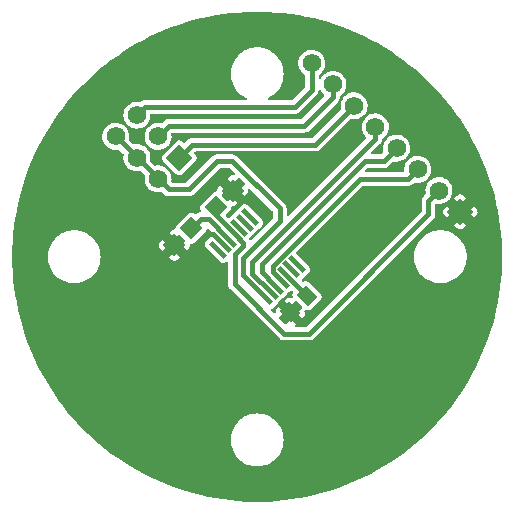
<source format=gtl>
G04 Layer: TopLayer*
G04 EasyEDA v6.5.34, 2023-10-17 08:56:34*
G04 9b9491d4cbba47eb895c739f745705de,f7ef88abfe76465a867f88fcbadf87ca,10*
G04 Gerber Generator version 0.2*
G04 Scale: 100 percent, Rotated: No, Reflected: No *
G04 Dimensions in millimeters *
G04 leading zeros omitted , absolute positions ,4 integer and 5 decimal *
%FSLAX45Y45*%
%MOMM*%

%AMMACRO1*21,1,$1,$2,0,0,$3*%
%ADD10C,0.4500*%
%ADD11MACRO1,0.4X1.7X45.0000*%
%ADD12MACRO1,0.4X1.7X45.0026*%
%ADD13MACRO1,0.4X1.7X44.9974*%
%ADD14MACRO1,1.35X1.41X135.0000*%
%ADD15MACRO1,1.35X1.41X-45.0000*%
%ADD16MACRO1,1.377X1.1325X135.0000*%
%ADD17C,1.5748*%
%ADD18MACRO1,1.5748X1.5748X135.0000*%
%ADD19MACRO1,1.5748X1.5748X135.0007*%
%ADD20C,0.0194*%

%LPD*%
G36*
X2067560Y26162D02*
G01*
X2003094Y28194D01*
X1938731Y32207D01*
X1874469Y38201D01*
X1810461Y46228D01*
X1746757Y56235D01*
X1683359Y68173D01*
X1620367Y82143D01*
X1557832Y98044D01*
X1495856Y115874D01*
X1434439Y135585D01*
X1373632Y157276D01*
X1313586Y180797D01*
X1254302Y206146D01*
X1195781Y233375D01*
X1138174Y262432D01*
X1081481Y293217D01*
X1025804Y325780D01*
X971143Y360019D01*
X917549Y395986D01*
X865124Y433578D01*
X813917Y472795D01*
X763930Y513588D01*
X715264Y555904D01*
X667918Y599694D01*
X621944Y644956D01*
X577392Y691642D01*
X534314Y739648D01*
X492759Y789025D01*
X452780Y839622D01*
X414375Y891489D01*
X377596Y944473D01*
X342493Y998626D01*
X309118Y1053795D01*
X277418Y1109980D01*
X247548Y1167180D01*
X219405Y1225194D01*
X193141Y1284122D01*
X168656Y1343812D01*
X146100Y1404264D01*
X125374Y1465376D01*
X106629Y1527098D01*
X89763Y1589328D01*
X74828Y1652117D01*
X61925Y1715312D01*
X50901Y1778863D01*
X41910Y1842770D01*
X34899Y1906879D01*
X29921Y1971192D01*
X26924Y2035657D01*
X25908Y2100173D01*
X26924Y2164638D01*
X29921Y2229104D01*
X34950Y2293416D01*
X41960Y2357526D01*
X50952Y2421432D01*
X61976Y2484983D01*
X74930Y2548178D01*
X89814Y2610967D01*
X106680Y2673197D01*
X125476Y2734919D01*
X146202Y2796032D01*
X168808Y2856484D01*
X193243Y2916174D01*
X219557Y2975051D01*
X247650Y3033115D01*
X277571Y3090265D01*
X309270Y3146450D01*
X342696Y3201670D01*
X377799Y3255772D01*
X414578Y3308756D01*
X452983Y3360623D01*
X492963Y3411220D01*
X534517Y3460546D01*
X577596Y3508603D01*
X622147Y3555237D01*
X668121Y3600500D01*
X715467Y3644341D01*
X764184Y3686606D01*
X814171Y3727399D01*
X865378Y3766616D01*
X917854Y3804208D01*
X971397Y3840124D01*
X1026058Y3874414D01*
X1081786Y3906926D01*
X1138478Y3937711D01*
X1196086Y3966768D01*
X1254556Y3993946D01*
X1313891Y4019346D01*
X1373936Y4042867D01*
X1434744Y4064508D01*
X1496161Y4084218D01*
X1558137Y4102049D01*
X1620672Y4117949D01*
X1683664Y4131868D01*
X1747062Y4143806D01*
X1810766Y4153814D01*
X1874824Y4161840D01*
X1939036Y4167835D01*
X2003399Y4171848D01*
X2067915Y4173829D01*
X2132431Y4173829D01*
X2196896Y4171797D01*
X2261260Y4167784D01*
X2325522Y4161790D01*
X2389530Y4153763D01*
X2453233Y4143756D01*
X2516632Y4131818D01*
X2579624Y4117848D01*
X2642158Y4101947D01*
X2704134Y4084116D01*
X2765552Y4064406D01*
X2826359Y4042714D01*
X2886405Y4019194D01*
X2945688Y3993845D01*
X3004210Y3966616D01*
X3061817Y3937558D01*
X3118510Y3906774D01*
X3174187Y3874211D01*
X3228848Y3839972D01*
X3282442Y3804005D01*
X3334867Y3766413D01*
X3386074Y3727196D01*
X3436061Y3686403D01*
X3484727Y3644087D01*
X3532073Y3600297D01*
X3578047Y3555034D01*
X3622598Y3508349D01*
X3665677Y3460343D01*
X3707231Y3410965D01*
X3747211Y3360369D01*
X3785615Y3308502D01*
X3822395Y3255517D01*
X3857498Y3201365D01*
X3890873Y3146196D01*
X3922572Y3090011D01*
X3952443Y3032810D01*
X3980586Y2974797D01*
X4006850Y2915869D01*
X4031335Y2856179D01*
X4053890Y2795727D01*
X4074617Y2734614D01*
X4093362Y2672892D01*
X4110228Y2610662D01*
X4125163Y2547874D01*
X4138066Y2484678D01*
X4149090Y2421128D01*
X4158081Y2357221D01*
X4165092Y2293112D01*
X4170070Y2228799D01*
X4173067Y2164334D01*
X4174083Y2099818D01*
X4173067Y2035352D01*
X4170070Y1970887D01*
X4165041Y1906574D01*
X4158030Y1842465D01*
X4149039Y1778558D01*
X4138015Y1715007D01*
X4125061Y1651812D01*
X4110177Y1589024D01*
X4093311Y1526794D01*
X4074515Y1465072D01*
X4053789Y1403959D01*
X4031183Y1343507D01*
X4006748Y1283817D01*
X3980434Y1224940D01*
X3952341Y1166876D01*
X3922420Y1109726D01*
X3890721Y1053541D01*
X3857294Y998321D01*
X3822192Y944219D01*
X3785412Y891235D01*
X3747008Y839368D01*
X3707028Y788771D01*
X3665474Y739444D01*
X3622395Y691388D01*
X3577844Y644753D01*
X3531870Y599490D01*
X3484524Y555650D01*
X3435807Y513384D01*
X3385820Y472592D01*
X3334613Y433374D01*
X3282137Y395782D01*
X3228594Y359867D01*
X3173933Y325577D01*
X3118205Y293065D01*
X3061512Y262280D01*
X3003905Y233222D01*
X2945434Y206044D01*
X2886100Y180644D01*
X2826054Y157124D01*
X2765247Y135483D01*
X2703830Y115773D01*
X2641854Y97942D01*
X2579319Y82042D01*
X2516327Y68122D01*
X2452928Y56184D01*
X2389225Y46177D01*
X2325166Y38150D01*
X2260955Y32156D01*
X2196592Y28143D01*
X2132076Y26162D01*
G37*

%LPC*%
G36*
X2099970Y326085D02*
G01*
X2120646Y327050D01*
X2141118Y329946D01*
X2161235Y334670D01*
X2180793Y341274D01*
X2199690Y349605D01*
X2217724Y359714D01*
X2234793Y371398D01*
X2250643Y384606D01*
X2265222Y399237D01*
X2278380Y415188D01*
X2290064Y432257D01*
X2300071Y450342D01*
X2308352Y469290D01*
X2314854Y488899D01*
X2319528Y509016D01*
X2322322Y529488D01*
X2323185Y549605D01*
X2322322Y570534D01*
X2319528Y591007D01*
X2314854Y611124D01*
X2308352Y630732D01*
X2300071Y649681D01*
X2290064Y667715D01*
X2278380Y684834D01*
X2265222Y700735D01*
X2250643Y715365D01*
X2234793Y728624D01*
X2217724Y740308D01*
X2199690Y750366D01*
X2180793Y758748D01*
X2161235Y765352D01*
X2141118Y770077D01*
X2120646Y772922D01*
X2099970Y773887D01*
X2079345Y772922D01*
X2058873Y770077D01*
X2038756Y765352D01*
X2019198Y758748D01*
X2000300Y750366D01*
X1982266Y740308D01*
X1965198Y728624D01*
X1949348Y715365D01*
X1934768Y700735D01*
X1921611Y684834D01*
X1909927Y667715D01*
X1899920Y649681D01*
X1891639Y630732D01*
X1885137Y611124D01*
X1880463Y591007D01*
X1877669Y570534D01*
X1876806Y550367D01*
X1877669Y529488D01*
X1880463Y509016D01*
X1885137Y488899D01*
X1891639Y469290D01*
X1899920Y450342D01*
X1909927Y432257D01*
X1921611Y415188D01*
X1934768Y399237D01*
X1949348Y384606D01*
X1965198Y371398D01*
X1982266Y359714D01*
X2000300Y349605D01*
X2019198Y341274D01*
X2038756Y334670D01*
X2058873Y329946D01*
X2079345Y327050D01*
G37*
G36*
X2330500Y1391818D02*
G01*
X2539593Y1391818D01*
X2549550Y1392631D01*
X2558846Y1395018D01*
X2567584Y1398828D01*
X2575712Y1404162D01*
X2581249Y1409039D01*
X3590645Y2418689D01*
X3597097Y2426309D01*
X3601974Y2434539D01*
X3605479Y2443429D01*
X3607460Y2452928D01*
X3607917Y2460294D01*
X3607917Y2538730D01*
X3608832Y2542997D01*
X3611473Y2546451D01*
X3615334Y2548534D01*
X3619652Y2548788D01*
X3628034Y2547467D01*
X3642410Y2547010D01*
X3656685Y2548331D01*
X3670655Y2551480D01*
X3684168Y2556357D01*
X3696970Y2562860D01*
X3708806Y2570937D01*
X3719576Y2580386D01*
X3729075Y2591155D01*
X3737152Y2603042D01*
X3743655Y2615793D01*
X3748481Y2629306D01*
X3751630Y2643327D01*
X3753002Y2657602D01*
X3752545Y2671927D01*
X3750310Y2686100D01*
X3746296Y2699867D01*
X3740607Y2713024D01*
X3733292Y2725369D01*
X3724503Y2736697D01*
X3714343Y2746857D01*
X3703015Y2755646D01*
X3690670Y2762961D01*
X3677513Y2768650D01*
X3663746Y2772664D01*
X3649573Y2774899D01*
X3635197Y2775356D01*
X3620922Y2773984D01*
X3606952Y2770886D01*
X3593439Y2766009D01*
X3580637Y2759506D01*
X3568801Y2751429D01*
X3558032Y2741930D01*
X3548532Y2731211D01*
X3540506Y2719324D01*
X3533952Y2706522D01*
X3529126Y2693060D01*
X3525977Y2679039D01*
X3524656Y2664764D01*
X3525062Y2650439D01*
X3527145Y2637434D01*
X3527145Y2634284D01*
X3526180Y2631236D01*
X3524300Y2628696D01*
X3509162Y2613558D01*
X3502710Y2605938D01*
X3497834Y2597708D01*
X3494328Y2588818D01*
X3492347Y2579319D01*
X3491890Y2571953D01*
X3491890Y2488234D01*
X3491128Y2484323D01*
X3488944Y2481021D01*
X2518918Y1510842D01*
X2515666Y1508607D01*
X2511755Y1507845D01*
X2429967Y1507845D01*
X2426055Y1508607D01*
X2422753Y1510842D01*
X2420569Y1514094D01*
X2419807Y1518005D01*
X2420569Y1521866D01*
X2422753Y1525168D01*
X2428544Y1530959D01*
X2383586Y1575917D01*
X2342032Y1534363D01*
X2338730Y1532178D01*
X2334869Y1531416D01*
X2330958Y1532178D01*
X2327656Y1534363D01*
X2284374Y1577695D01*
X2282190Y1580997D01*
X2281428Y1584858D01*
X2282190Y1588770D01*
X2284374Y1592072D01*
X2325928Y1633626D01*
X2280970Y1678584D01*
X2265781Y1663395D01*
X2261057Y1657604D01*
X2257806Y1651507D01*
X2255774Y1644853D01*
X2255113Y1637944D01*
X2255672Y1631848D01*
X2255266Y1627733D01*
X2253234Y1624177D01*
X2249932Y1621688D01*
X2245918Y1620672D01*
X2241854Y1621383D01*
X2238400Y1623669D01*
X2219756Y1642313D01*
X2217623Y1645412D01*
X2216810Y1649120D01*
X2217318Y1652828D01*
X2219198Y1656080D01*
X2222144Y1658467D01*
X2225751Y1660398D01*
X2231542Y1665122D01*
X2259126Y1692706D01*
X2263851Y1698447D01*
X2266899Y1703273D01*
X2271725Y1706372D01*
X2277516Y1711096D01*
X2305100Y1738680D01*
X2309825Y1744421D01*
X2312873Y1749247D01*
X2317699Y1752295D01*
X2323439Y1757019D01*
X2351024Y1784604D01*
X2355748Y1790395D01*
X2358847Y1795221D01*
X2363673Y1798269D01*
X2369413Y1802993D01*
X2380945Y1814525D01*
X2384247Y1816760D01*
X2388158Y1817522D01*
X2392019Y1816760D01*
X2395321Y1814525D01*
X2400046Y1809800D01*
X2402382Y1806193D01*
X2403043Y1801977D01*
X2401824Y1797812D01*
X2399233Y1792935D01*
X2397201Y1786280D01*
X2396540Y1779371D01*
X2397201Y1772412D01*
X2399233Y1765807D01*
X2400655Y1763064D01*
X2401874Y1758950D01*
X2401214Y1754682D01*
X2398877Y1751075D01*
X2395270Y1748789D01*
X2391054Y1748129D01*
X2386939Y1749298D01*
X2384196Y1750771D01*
X2377541Y1752803D01*
X2370632Y1753463D01*
X2363724Y1752803D01*
X2357069Y1750771D01*
X2350922Y1747469D01*
X2345182Y1742744D01*
X2329992Y1727606D01*
X2374950Y1682648D01*
X2419553Y1727200D01*
X2422855Y1729435D01*
X2426716Y1730197D01*
X2430627Y1729435D01*
X2433929Y1727200D01*
X2477211Y1683918D01*
X2479395Y1680616D01*
X2480157Y1676704D01*
X2479395Y1672843D01*
X2477211Y1669542D01*
X2432608Y1624939D01*
X2477566Y1579981D01*
X2492756Y1595170D01*
X2497480Y1600962D01*
X2500782Y1607058D01*
X2502763Y1613712D01*
X2503474Y1620621D01*
X2502763Y1627581D01*
X2500782Y1634185D01*
X2499309Y1636928D01*
X2498140Y1641043D01*
X2498750Y1645310D01*
X2501087Y1648917D01*
X2504694Y1651203D01*
X2508961Y1651863D01*
X2513076Y1650695D01*
X2515768Y1649222D01*
X2522423Y1647189D01*
X2529332Y1646529D01*
X2536291Y1647189D01*
X2542946Y1649222D01*
X2549042Y1652524D01*
X2554833Y1657248D01*
X2634183Y1736598D01*
X2638907Y1742389D01*
X2642209Y1748485D01*
X2644190Y1755139D01*
X2644902Y1762048D01*
X2644190Y1769008D01*
X2642209Y1775612D01*
X2638907Y1781759D01*
X2634183Y1787550D01*
X2537510Y1884172D01*
X2531770Y1888896D01*
X2525623Y1892198D01*
X2518968Y1894230D01*
X2512060Y1894890D01*
X2505151Y1894230D01*
X2498496Y1892198D01*
X2494229Y1889912D01*
X2490114Y1888743D01*
X2485847Y1889353D01*
X2482240Y1891690D01*
X2477363Y1896567D01*
X2475179Y1899869D01*
X2474417Y1903780D01*
X2475179Y1907641D01*
X2477363Y1910943D01*
X2488946Y1922525D01*
X2493670Y1928266D01*
X2496718Y1933092D01*
X2501544Y1936140D01*
X2507284Y1940864D01*
X2534869Y1968449D01*
X2539593Y1974240D01*
X2542895Y1980336D01*
X2544927Y1986991D01*
X2545588Y1993900D01*
X2544927Y2000859D01*
X2542895Y2007514D01*
X2539593Y2013610D01*
X2534869Y2019401D01*
X2430272Y2123998D01*
X2428087Y2127300D01*
X2427274Y2131212D01*
X2428087Y2135073D01*
X2430272Y2138375D01*
X2991053Y2699004D01*
X2994355Y2701188D01*
X2998266Y2701950D01*
X3378047Y2701950D01*
X3388004Y2702763D01*
X3397300Y2705150D01*
X3406038Y2708960D01*
X3414166Y2714294D01*
X3419703Y2719171D01*
X3426764Y2726232D01*
X3429355Y2728112D01*
X3432352Y2729128D01*
X3435553Y2729128D01*
X3448456Y2727045D01*
X3462782Y2726588D01*
X3477056Y2727960D01*
X3491077Y2731109D01*
X3504590Y2735935D01*
X3517341Y2742438D01*
X3529228Y2750515D01*
X3539998Y2760014D01*
X3549446Y2770784D01*
X3557524Y2782620D01*
X3564026Y2795422D01*
X3568903Y2808935D01*
X3572001Y2822905D01*
X3573373Y2837180D01*
X3572916Y2851556D01*
X3570681Y2865678D01*
X3566668Y2879496D01*
X3560978Y2892653D01*
X3553663Y2904998D01*
X3544874Y2916326D01*
X3534765Y2926486D01*
X3523386Y2935274D01*
X3511042Y2942539D01*
X3497884Y2948279D01*
X3484118Y2952242D01*
X3469944Y2954528D01*
X3455619Y2954934D01*
X3441344Y2953613D01*
X3427323Y2950464D01*
X3413861Y2945638D01*
X3401060Y2939084D01*
X3389172Y2931058D01*
X3378454Y2921558D01*
X3368954Y2910789D01*
X3360877Y2898952D01*
X3354374Y2886151D01*
X3349498Y2872638D01*
X3346399Y2858668D01*
X3345027Y2844393D01*
X3345535Y2829712D01*
X3345281Y2825394D01*
X3343198Y2821533D01*
X3339744Y2818892D01*
X3335477Y2817977D01*
X3024378Y2817977D01*
X3020466Y2818739D01*
X3017164Y2820924D01*
X3014980Y2824226D01*
X3014218Y2828137D01*
X3014980Y2831998D01*
X3017164Y2835300D01*
X3030982Y2849067D01*
X3034233Y2851302D01*
X3038144Y2852064D01*
X3168751Y2852064D01*
X3178708Y2852877D01*
X3188004Y2855264D01*
X3196742Y2859074D01*
X3204870Y2864408D01*
X3210356Y2869234D01*
X3247085Y2905861D01*
X3249676Y2907741D01*
X3252673Y2908706D01*
X3255873Y2908706D01*
X3268827Y2906674D01*
X3283204Y2906217D01*
X3297478Y2907588D01*
X3311448Y2910687D01*
X3324961Y2915564D01*
X3337763Y2922066D01*
X3349599Y2930144D01*
X3360369Y2939592D01*
X3369868Y2950362D01*
X3377946Y2962249D01*
X3384448Y2975000D01*
X3389274Y2988513D01*
X3392424Y3002534D01*
X3393795Y3016808D01*
X3393338Y3031134D01*
X3391052Y3045307D01*
X3387090Y3059074D01*
X3381400Y3072231D01*
X3374085Y3084576D01*
X3365296Y3095904D01*
X3355136Y3106064D01*
X3343808Y3114852D01*
X3331464Y3122168D01*
X3318306Y3127857D01*
X3304540Y3131870D01*
X3290366Y3134106D01*
X3275990Y3134563D01*
X3261715Y3133191D01*
X3247745Y3130092D01*
X3234232Y3125216D01*
X3221431Y3118713D01*
X3209594Y3110636D01*
X3198825Y3101136D01*
X3189325Y3090418D01*
X3181299Y3078530D01*
X3174746Y3065729D01*
X3169920Y3052267D01*
X3166770Y3038246D01*
X3165449Y3023971D01*
X3165856Y3009646D01*
X3167938Y2996742D01*
X3167938Y2993542D01*
X3166922Y2990494D01*
X3165043Y2987954D01*
X3148126Y2971038D01*
X3144824Y2968853D01*
X3140964Y2968091D01*
X3074670Y2968091D01*
X3070758Y2968853D01*
X3067456Y2971088D01*
X3065272Y2974340D01*
X3064510Y2978251D01*
X3065272Y2982112D01*
X3067456Y2985414D01*
X3140811Y3058769D01*
X3147263Y3066389D01*
X3152140Y3074619D01*
X3155696Y3083610D01*
X3157270Y3090418D01*
X3157778Y3096717D01*
X3159099Y3100933D01*
X3162096Y3104184D01*
X3169970Y3109671D01*
X3180791Y3119221D01*
X3190240Y3129991D01*
X3198317Y3141827D01*
X3204819Y3154629D01*
X3209696Y3168142D01*
X3212795Y3182112D01*
X3214166Y3196386D01*
X3213709Y3210763D01*
X3211474Y3224936D01*
X3207461Y3238703D01*
X3201771Y3251860D01*
X3194456Y3264204D01*
X3185668Y3275533D01*
X3175558Y3285693D01*
X3164179Y3294481D01*
X3151835Y3301796D01*
X3138678Y3307486D01*
X3124911Y3311448D01*
X3110738Y3313734D01*
X3096412Y3314141D01*
X3082137Y3312820D01*
X3068116Y3309670D01*
X3054604Y3304844D01*
X3041853Y3298291D01*
X3029966Y3290265D01*
X3019196Y3280765D01*
X3009747Y3269996D01*
X3001670Y3258159D01*
X2995168Y3245358D01*
X2990291Y3231845D01*
X2987192Y3217875D01*
X2985820Y3203600D01*
X2986278Y3189224D01*
X2988513Y3175050D01*
X2992526Y3161284D01*
X2998216Y3148126D01*
X3005531Y3135782D01*
X3014319Y3124454D01*
X3021177Y3117596D01*
X3023362Y3114294D01*
X3024174Y3110382D01*
X3023362Y3106521D01*
X3021177Y3103219D01*
X2365400Y2447442D01*
X2362098Y2445258D01*
X2358237Y2444496D01*
X2354326Y2445258D01*
X2351074Y2447442D01*
X2348839Y2450744D01*
X2348077Y2454656D01*
X2348077Y2509621D01*
X2347264Y2519578D01*
X2344877Y2528874D01*
X2341067Y2537612D01*
X2335733Y2545740D01*
X2330856Y2551277D01*
X1931314Y2950819D01*
X1923694Y2957271D01*
X1915464Y2962148D01*
X1906574Y2965653D01*
X1897075Y2967634D01*
X1889709Y2968091D01*
X1760372Y2968091D01*
X1750415Y2967278D01*
X1741119Y2964891D01*
X1732381Y2961081D01*
X1724253Y2955747D01*
X1718716Y2950870D01*
X1498904Y2731058D01*
X1495602Y2728823D01*
X1491691Y2728061D01*
X1382674Y2728061D01*
X1378254Y2729077D01*
X1374749Y2731871D01*
X1372768Y2735935D01*
X1372768Y2740456D01*
X1373225Y2742539D01*
X1374546Y2756814D01*
X1374089Y2771140D01*
X1371854Y2785313D01*
X1367891Y2799080D01*
X1362151Y2812237D01*
X1354886Y2824581D01*
X1346098Y2835910D01*
X1335938Y2846070D01*
X1324610Y2854858D01*
X1312265Y2862173D01*
X1299108Y2867863D01*
X1285290Y2871876D01*
X1271117Y2874111D01*
X1256792Y2874568D01*
X1242517Y2873197D01*
X1237437Y2872079D01*
X1234084Y2871876D01*
X1230833Y2872841D01*
X1228039Y2874822D01*
X1195222Y2907639D01*
X1193241Y2910433D01*
X1192276Y2913684D01*
X1192479Y2917037D01*
X1193596Y2922117D01*
X1194968Y2936392D01*
X1194511Y2950768D01*
X1192276Y2964891D01*
X1188262Y2978708D01*
X1182573Y2991866D01*
X1175258Y3004210D01*
X1166469Y3015538D01*
X1156309Y3025698D01*
X1144981Y3034487D01*
X1132636Y3041751D01*
X1119479Y3047492D01*
X1105712Y3051454D01*
X1091539Y3053740D01*
X1077214Y3054146D01*
X1062939Y3052826D01*
X1057859Y3051657D01*
X1054455Y3051505D01*
X1051204Y3052470D01*
X1048461Y3054400D01*
X1015593Y3087268D01*
X1013663Y3090011D01*
X1012698Y3093262D01*
X1012850Y3096666D01*
X1014018Y3101746D01*
X1015339Y3116021D01*
X1014882Y3130346D01*
X1012647Y3144520D01*
X1008634Y3158286D01*
X1002944Y3171444D01*
X995680Y3183788D01*
X986891Y3195116D01*
X976731Y3205276D01*
X965403Y3214065D01*
X953058Y3221380D01*
X939850Y3227070D01*
X926084Y3231083D01*
X911910Y3233318D01*
X897585Y3233775D01*
X883310Y3232404D01*
X869289Y3229305D01*
X855827Y3224428D01*
X843026Y3217926D01*
X831189Y3209848D01*
X820419Y3200349D01*
X810920Y3189630D01*
X802843Y3177743D01*
X796340Y3164941D01*
X791464Y3151479D01*
X788365Y3137458D01*
X786993Y3123184D01*
X787450Y3108858D01*
X789686Y3094685D01*
X793699Y3080918D01*
X799388Y3067761D01*
X806704Y3055416D01*
X815492Y3044037D01*
X825652Y3033928D01*
X836980Y3025140D01*
X849325Y3017824D01*
X862482Y3012135D01*
X876249Y3008122D01*
X890422Y3005886D01*
X904748Y3005429D01*
X919073Y3006801D01*
X924204Y3007918D01*
X927557Y3008122D01*
X930808Y3007156D01*
X933602Y3005175D01*
X966368Y2972409D01*
X968349Y2969615D01*
X969314Y2966364D01*
X969111Y2963011D01*
X967943Y2957880D01*
X966622Y2943606D01*
X967079Y2929229D01*
X969314Y2915056D01*
X973328Y2901289D01*
X979017Y2888132D01*
X986332Y2875788D01*
X995121Y2864459D01*
X1005230Y2854299D01*
X1016558Y2845511D01*
X1028953Y2838196D01*
X1042111Y2832506D01*
X1055878Y2828493D01*
X1070051Y2826258D01*
X1084376Y2825800D01*
X1098651Y2827172D01*
X1103782Y2828340D01*
X1107186Y2828493D01*
X1110437Y2827528D01*
X1113180Y2825597D01*
X1145997Y2792780D01*
X1147927Y2790037D01*
X1148892Y2786786D01*
X1148740Y2783382D01*
X1147572Y2778252D01*
X1146200Y2763977D01*
X1146657Y2749651D01*
X1148892Y2735478D01*
X1152906Y2721711D01*
X1158595Y2708554D01*
X1165910Y2696159D01*
X1174699Y2684830D01*
X1184859Y2674721D01*
X1196187Y2665933D01*
X1208532Y2658618D01*
X1221689Y2652928D01*
X1235456Y2648915D01*
X1249629Y2646680D01*
X1263954Y2646222D01*
X1278280Y2647543D01*
X1283411Y2648712D01*
X1286764Y2648915D01*
X1290015Y2647950D01*
X1292809Y2645968D01*
X1309471Y2629306D01*
X1317091Y2622854D01*
X1325321Y2617978D01*
X1334211Y2614472D01*
X1343710Y2612491D01*
X1351076Y2612034D01*
X1519529Y2612034D01*
X1529486Y2612847D01*
X1538782Y2615234D01*
X1547520Y2619044D01*
X1555648Y2624378D01*
X1561185Y2629255D01*
X1780997Y2849067D01*
X1784299Y2851302D01*
X1788210Y2852064D01*
X1861769Y2852064D01*
X1865680Y2851302D01*
X1868982Y2849067D01*
X1907641Y2810408D01*
X1909927Y2806954D01*
X1910638Y2802890D01*
X1909673Y2798876D01*
X1907184Y2795574D01*
X1903577Y2793542D01*
X1899462Y2793085D01*
X1892807Y2793746D01*
X1885899Y2793085D01*
X1879244Y2791053D01*
X1873148Y2787751D01*
X1867357Y2783027D01*
X1847291Y2762961D01*
X1891792Y2718460D01*
X1938477Y2765196D01*
X1941779Y2767380D01*
X1945690Y2768193D01*
X1949551Y2767380D01*
X1952853Y2765196D01*
X1995220Y2722880D01*
X1997405Y2719578D01*
X1998167Y2715666D01*
X1997405Y2711805D01*
X1995220Y2708503D01*
X1948484Y2661767D01*
X1992985Y2617266D01*
X2013051Y2637383D01*
X2017775Y2643124D01*
X2021027Y2649270D01*
X2023059Y2655925D01*
X2023770Y2662834D01*
X2023110Y2669489D01*
X2023516Y2673604D01*
X2025548Y2677160D01*
X2028850Y2679649D01*
X2032863Y2680614D01*
X2036927Y2679903D01*
X2040382Y2677668D01*
X2229053Y2488996D01*
X2231288Y2485694D01*
X2232050Y2481783D01*
X2232050Y2428290D01*
X2231288Y2424379D01*
X2229053Y2421077D01*
X2048916Y2240940D01*
X2045665Y2238756D01*
X2041855Y2237994D01*
X2037994Y2238705D01*
X2034692Y2240838D01*
X2032457Y2244039D01*
X2030984Y2247392D01*
X2030120Y2251354D01*
X2030882Y2255316D01*
X2033117Y2258669D01*
X2046935Y2272538D01*
X2051710Y2278278D01*
X2054758Y2283104D01*
X2059584Y2286152D01*
X2065324Y2290927D01*
X2092909Y2318461D01*
X2097633Y2324252D01*
X2100732Y2329078D01*
X2105558Y2332126D01*
X2111298Y2336850D01*
X2138883Y2364435D01*
X2143607Y2370226D01*
X2146909Y2376322D01*
X2148890Y2382977D01*
X2149602Y2389886D01*
X2148890Y2396845D01*
X2146909Y2403449D01*
X2143607Y2409596D01*
X2138883Y2415387D01*
X2019401Y2534869D01*
X2013610Y2539593D01*
X2007463Y2542895D01*
X2000859Y2544876D01*
X1993900Y2545588D01*
X1986991Y2544876D01*
X1980336Y2542895D01*
X1974240Y2539593D01*
X1968449Y2534869D01*
X1940864Y2507284D01*
X1936140Y2501544D01*
X1933092Y2496718D01*
X1928266Y2493619D01*
X1922475Y2488895D01*
X1894890Y2461310D01*
X1890166Y2455570D01*
X1887118Y2450744D01*
X1882292Y2447696D01*
X1876552Y2442972D01*
X1864969Y2431389D01*
X1861718Y2429205D01*
X1857806Y2428443D01*
X1853895Y2429205D01*
X1850643Y2431389D01*
X1836013Y2445969D01*
X1833829Y2449271D01*
X1833067Y2453182D01*
X1833829Y2457043D01*
X1836013Y2460345D01*
X1871624Y2495956D01*
X1876348Y2501696D01*
X1879600Y2507843D01*
X1881632Y2514498D01*
X1882089Y2518816D01*
X1883003Y2522169D01*
X1884984Y2525014D01*
X1887829Y2526995D01*
X1891182Y2527909D01*
X1895500Y2528366D01*
X1902155Y2530348D01*
X1908302Y2533650D01*
X1914042Y2538374D01*
X1934108Y2558440D01*
X1889658Y2602941D01*
X1859788Y2573070D01*
X1856486Y2570886D01*
X1852574Y2570073D01*
X1848713Y2570886D01*
X1845411Y2573070D01*
X1803095Y2615387D01*
X1800860Y2618689D01*
X1800098Y2622600D01*
X1800860Y2626461D01*
X1803095Y2629763D01*
X1832914Y2659634D01*
X1788464Y2704134D01*
X1768348Y2684068D01*
X1763623Y2678277D01*
X1760372Y2672181D01*
X1758340Y2665526D01*
X1757934Y2661158D01*
X1757019Y2657856D01*
X1754987Y2655011D01*
X1752142Y2652979D01*
X1748789Y2652064D01*
X1744472Y2651658D01*
X1737817Y2649626D01*
X1731721Y2646324D01*
X1725930Y2641600D01*
X1626920Y2542641D01*
X1622196Y2536850D01*
X1618945Y2530754D01*
X1616913Y2524099D01*
X1616252Y2517140D01*
X1616913Y2510231D01*
X1618945Y2503576D01*
X1622196Y2497480D01*
X1624787Y2494330D01*
X1626768Y2490419D01*
X1626920Y2486050D01*
X1625193Y2482037D01*
X1621942Y2479090D01*
X1617726Y2477770D01*
X1610461Y2477160D01*
X1601165Y2474823D01*
X1592326Y2470962D01*
X1586382Y2467254D01*
X1581454Y2463038D01*
X1578406Y2461260D01*
X1574952Y2460650D01*
X1571498Y2461209D01*
X1568399Y2462936D01*
X1562557Y2467762D01*
X1556410Y2471064D01*
X1549755Y2473045D01*
X1542846Y2473756D01*
X1535938Y2473045D01*
X1529283Y2471064D01*
X1523136Y2467762D01*
X1517345Y2463038D01*
X1418386Y2364028D01*
X1413662Y2358288D01*
X1410360Y2352141D01*
X1408328Y2345486D01*
X1407922Y2341168D01*
X1407007Y2337816D01*
X1404975Y2334971D01*
X1402181Y2332990D01*
X1398828Y2332075D01*
X1394510Y2331618D01*
X1387856Y2329637D01*
X1381709Y2326335D01*
X1375918Y2321610D01*
X1355852Y2301544D01*
X1400352Y2257044D01*
X1430223Y2286914D01*
X1433525Y2289098D01*
X1437386Y2289911D01*
X1441297Y2289098D01*
X1444599Y2286914D01*
X1486916Y2244598D01*
X1489100Y2241296D01*
X1489913Y2237384D01*
X1489100Y2233523D01*
X1486916Y2230221D01*
X1457045Y2200351D01*
X1501546Y2155850D01*
X1521612Y2175916D01*
X1526336Y2181707D01*
X1529638Y2187854D01*
X1531620Y2194509D01*
X1532077Y2198827D01*
X1532991Y2202180D01*
X1534972Y2204974D01*
X1537817Y2207006D01*
X1541170Y2207920D01*
X1545488Y2208326D01*
X1552143Y2210358D01*
X1558290Y2213660D01*
X1564030Y2218385D01*
X1663039Y2317343D01*
X1667764Y2323134D01*
X1671066Y2329281D01*
X1672132Y2332786D01*
X1674114Y2336444D01*
X1677416Y2338984D01*
X1681429Y2340000D01*
X1685543Y2339289D01*
X1689049Y2337003D01*
X1742084Y2283968D01*
X1744472Y2280208D01*
X1745030Y2275789D01*
X1743608Y2271522D01*
X1740560Y2268321D01*
X1736394Y2266696D01*
X1731975Y2267051D01*
X1725828Y2268931D01*
X1723542Y2269896D01*
X1721561Y2271420D01*
X1713280Y2279700D01*
X1711045Y2277465D01*
X1706321Y2271725D01*
X1703273Y2266899D01*
X1698447Y2263851D01*
X1692706Y2259126D01*
X1665122Y2231542D01*
X1660398Y2225751D01*
X1657096Y2219655D01*
X1655064Y2213000D01*
X1654403Y2206091D01*
X1655064Y2199132D01*
X1657096Y2192477D01*
X1660398Y2186381D01*
X1665122Y2180590D01*
X1784604Y2061108D01*
X1790344Y2056384D01*
X1796491Y2053082D01*
X1803146Y2051100D01*
X1810054Y2050389D01*
X1816963Y2051100D01*
X1823618Y2053082D01*
X1829765Y2056384D01*
X1835454Y2061057D01*
X1838807Y2062886D01*
X1842566Y2063343D01*
X1846275Y2062378D01*
X1849323Y2060143D01*
X1851355Y2056942D01*
X1852066Y2053183D01*
X1852066Y1870354D01*
X1852879Y1860397D01*
X1855266Y1851101D01*
X1859076Y1842363D01*
X1864410Y1834235D01*
X1869287Y1828698D01*
X2288895Y1409090D01*
X2296515Y1402638D01*
X2304745Y1397762D01*
X2313635Y1394256D01*
X2323134Y1392275D01*
G37*
G36*
X3649979Y1876094D02*
G01*
X3670655Y1877060D01*
X3691077Y1879904D01*
X3711194Y1884680D01*
X3730802Y1891233D01*
X3749700Y1899615D01*
X3767734Y1909673D01*
X3784752Y1921408D01*
X3800652Y1934616D01*
X3815232Y1949246D01*
X3828389Y1965198D01*
X3840022Y1982266D01*
X3850030Y2000351D01*
X3858361Y2019249D01*
X3864864Y2038857D01*
X3869537Y2059025D01*
X3872331Y2079498D01*
X3873144Y2099614D01*
X3872331Y2120493D01*
X3869537Y2140966D01*
X3864864Y2161133D01*
X3858361Y2180742D01*
X3850030Y2199640D01*
X3840022Y2217724D01*
X3828389Y2234793D01*
X3815232Y2250744D01*
X3800652Y2265375D01*
X3784752Y2278583D01*
X3767734Y2290318D01*
X3749700Y2300376D01*
X3730802Y2308758D01*
X3711194Y2315311D01*
X3691077Y2320086D01*
X3670655Y2322931D01*
X3649979Y2323896D01*
X3629355Y2322931D01*
X3608882Y2320086D01*
X3588765Y2315311D01*
X3569208Y2308758D01*
X3550310Y2300376D01*
X3532225Y2290318D01*
X3515207Y2278583D01*
X3499358Y2265375D01*
X3484778Y2250744D01*
X3471570Y2234793D01*
X3459937Y2217724D01*
X3449929Y2199640D01*
X3441649Y2180742D01*
X3435146Y2161133D01*
X3430473Y2140966D01*
X3427679Y2120493D01*
X3426815Y2100376D01*
X3427679Y2079498D01*
X3430473Y2059025D01*
X3435146Y2038857D01*
X3441649Y2019249D01*
X3449929Y2000351D01*
X3459937Y1982266D01*
X3471570Y1965198D01*
X3484778Y1949246D01*
X3499358Y1934616D01*
X3515207Y1921408D01*
X3532225Y1909673D01*
X3550310Y1899615D01*
X3569208Y1891233D01*
X3588765Y1884680D01*
X3608882Y1879904D01*
X3629355Y1877060D01*
G37*
G36*
X550011Y1876298D02*
G01*
X570636Y1877263D01*
X591058Y1880107D01*
X611174Y1884832D01*
X630732Y1891436D01*
X649630Y1899767D01*
X667664Y1909825D01*
X684682Y1921510D01*
X700582Y1934768D01*
X715162Y1949348D01*
X728319Y1965248D01*
X739952Y1982317D01*
X749960Y2000402D01*
X758291Y2019300D01*
X764794Y2038908D01*
X769467Y2058974D01*
X772312Y2079447D01*
X773176Y2099716D01*
X772312Y2120544D01*
X769467Y2141016D01*
X764794Y2161082D01*
X758291Y2180691D01*
X749960Y2199589D01*
X739952Y2217674D01*
X728319Y2234742D01*
X715162Y2250643D01*
X700582Y2265222D01*
X684682Y2278481D01*
X667664Y2290165D01*
X649630Y2300224D01*
X630732Y2308555D01*
X611174Y2315159D01*
X591058Y2319883D01*
X570636Y2322728D01*
X550011Y2323693D01*
X529386Y2322728D01*
X508914Y2319883D01*
X488797Y2315159D01*
X469239Y2308555D01*
X450342Y2300224D01*
X432308Y2290165D01*
X415290Y2278481D01*
X399440Y2265222D01*
X384860Y2250643D01*
X371652Y2234742D01*
X360019Y2217674D01*
X350012Y2199589D01*
X341731Y2180691D01*
X335178Y2161082D01*
X330504Y2141016D01*
X327710Y2120544D01*
X326796Y2100275D01*
X327710Y2079447D01*
X330504Y2058974D01*
X335178Y2038908D01*
X341731Y2019300D01*
X350012Y2000402D01*
X360019Y1982317D01*
X371652Y1965248D01*
X384860Y1949348D01*
X399440Y1934768D01*
X415290Y1921510D01*
X432308Y1909825D01*
X450342Y1899767D01*
X469239Y1891436D01*
X488797Y1884832D01*
X508914Y1880107D01*
X529386Y1877263D01*
G37*
G36*
X1397152Y2066239D02*
G01*
X1404061Y2066899D01*
X1410716Y2068931D01*
X1416862Y2072233D01*
X1422603Y2076957D01*
X1442720Y2097024D01*
X1398219Y2141524D01*
X1352702Y2095957D01*
X1371701Y2076957D01*
X1377442Y2072233D01*
X1383588Y2068931D01*
X1390243Y2066899D01*
G37*
G36*
X1295958Y2152700D02*
G01*
X1341526Y2198217D01*
X1297025Y2242718D01*
X1276959Y2222601D01*
X1272235Y2216861D01*
X1268933Y2210714D01*
X1266901Y2204059D01*
X1266240Y2197150D01*
X1266901Y2190242D01*
X1268933Y2183587D01*
X1272235Y2177440D01*
X1276959Y2171700D01*
G37*
G36*
X3818432Y2334768D02*
G01*
X3825341Y2335428D01*
X3831996Y2337460D01*
X3838092Y2340711D01*
X3843883Y2345436D01*
X3866896Y2368448D01*
X3818432Y2416911D01*
X3769969Y2368448D01*
X3792931Y2345436D01*
X3798722Y2340711D01*
X3804869Y2337460D01*
X3811473Y2335428D01*
G37*
G36*
X3705301Y2433116D02*
G01*
X3753764Y2481580D01*
X3705301Y2530043D01*
X3682288Y2507030D01*
X3677564Y2501290D01*
X3674313Y2495143D01*
X3672281Y2488488D01*
X3671620Y2481580D01*
X3672281Y2474671D01*
X3674313Y2468016D01*
X3677564Y2461869D01*
X3682288Y2456129D01*
G37*
G36*
X3931513Y2433116D02*
G01*
X3954526Y2456129D01*
X3959250Y2461869D01*
X3962552Y2468016D01*
X3964533Y2474671D01*
X3965244Y2481580D01*
X3964533Y2488488D01*
X3962552Y2495143D01*
X3959250Y2501290D01*
X3954526Y2507030D01*
X3931513Y2530043D01*
X3883050Y2481580D01*
G37*
G36*
X3818432Y2546248D02*
G01*
X3866896Y2594711D01*
X3843883Y2617673D01*
X3838092Y2622397D01*
X3831996Y2625699D01*
X3825341Y2627680D01*
X3818432Y2628392D01*
X3811473Y2627680D01*
X3804869Y2625699D01*
X3798722Y2622397D01*
X3792931Y2617673D01*
X3769969Y2594711D01*
G37*
G36*
X1439976Y2793187D02*
G01*
X1446936Y2793847D01*
X1453591Y2795879D01*
X1459687Y2799130D01*
X1465478Y2803906D01*
X1576120Y2914548D01*
X1580845Y2920288D01*
X1584096Y2926435D01*
X1586128Y2933090D01*
X1586788Y2939999D01*
X1586128Y2946908D01*
X1584096Y2953562D01*
X1580845Y2959709D01*
X1576120Y2965450D01*
X1568907Y2972663D01*
X1566722Y2975914D01*
X1565960Y2979826D01*
X1566722Y2983738D01*
X1568907Y2986989D01*
X1570939Y2989021D01*
X1574241Y2991256D01*
X1578152Y2992018D01*
X2590393Y2992018D01*
X2600350Y2992831D01*
X2609646Y2995218D01*
X2618384Y2999028D01*
X2626512Y3004362D01*
X2632049Y3009239D01*
X2888081Y3265068D01*
X2890621Y3266948D01*
X2893669Y3267913D01*
X2896819Y3267913D01*
X2909620Y3265881D01*
X2923997Y3265424D01*
X2938272Y3266795D01*
X2952242Y3269894D01*
X2965754Y3274771D01*
X2978556Y3281273D01*
X2990392Y3289350D01*
X3001162Y3298850D01*
X3010662Y3309569D01*
X3018688Y3321456D01*
X3025241Y3334258D01*
X3030067Y3347720D01*
X3033217Y3361740D01*
X3034538Y3376015D01*
X3034131Y3390341D01*
X3031845Y3404514D01*
X3027883Y3418281D01*
X3022142Y3431438D01*
X3014878Y3443782D01*
X3006090Y3455162D01*
X2995930Y3465271D01*
X2984601Y3474059D01*
X2972257Y3481374D01*
X2959100Y3487064D01*
X2945282Y3491077D01*
X2931160Y3493312D01*
X2916783Y3493770D01*
X2902508Y3492398D01*
X2888538Y3489299D01*
X2875026Y3484422D01*
X2862224Y3477920D01*
X2850388Y3469843D01*
X2839618Y3460394D01*
X2830118Y3449624D01*
X2822041Y3437737D01*
X2815539Y3424986D01*
X2810713Y3411474D01*
X2807563Y3397453D01*
X2806192Y3383178D01*
X2806649Y3368852D01*
X2808732Y3355746D01*
X2808732Y3352546D01*
X2807766Y3349548D01*
X2805887Y3346958D01*
X2569768Y3110992D01*
X2566466Y3108807D01*
X2562555Y3108045D01*
X1550314Y3108045D01*
X1540357Y3107232D01*
X1531061Y3104845D01*
X1522323Y3101035D01*
X1514195Y3095701D01*
X1508658Y3090824D01*
X1486865Y3069031D01*
X1483614Y3066846D01*
X1479702Y3066084D01*
X1475790Y3066846D01*
X1472539Y3069031D01*
X1465478Y3076092D01*
X1459687Y3080816D01*
X1453591Y3084118D01*
X1446936Y3086150D01*
X1439976Y3086811D01*
X1433068Y3086150D01*
X1426413Y3084118D01*
X1420317Y3080816D01*
X1414526Y3076092D01*
X1303883Y2965450D01*
X1299159Y2959709D01*
X1295857Y2953562D01*
X1293876Y2946908D01*
X1293164Y2939999D01*
X1293876Y2933090D01*
X1295857Y2926435D01*
X1299159Y2920288D01*
X1303883Y2914548D01*
X1414526Y2803906D01*
X1420317Y2799130D01*
X1426413Y2795879D01*
X1433068Y2793847D01*
G37*
G36*
X1263954Y3005429D02*
G01*
X1278280Y3006801D01*
X1292250Y3009900D01*
X1305763Y3014776D01*
X1318514Y3021279D01*
X1330401Y3029356D01*
X1341170Y3038805D01*
X1350670Y3049574D01*
X1358696Y3061462D01*
X1365250Y3074212D01*
X1370076Y3087725D01*
X1373225Y3101746D01*
X1374546Y3116021D01*
X1374089Y3130346D01*
X1372514Y3140303D01*
X1372819Y3144621D01*
X1374851Y3148482D01*
X1378305Y3151124D01*
X1382572Y3152038D01*
X2499461Y3152038D01*
X2509418Y3152851D01*
X2518714Y3155238D01*
X2527452Y3159048D01*
X2535580Y3164382D01*
X2541117Y3169259D01*
X2781401Y3409543D01*
X2787853Y3417163D01*
X2792730Y3425393D01*
X2796235Y3434283D01*
X2798216Y3443782D01*
X2798673Y3451148D01*
X2798673Y3455314D01*
X2799181Y3458565D01*
X2800756Y3461461D01*
X2803144Y3463747D01*
X2810814Y3468928D01*
X2821533Y3478428D01*
X2831033Y3489198D01*
X2839110Y3501034D01*
X2845612Y3513836D01*
X2850489Y3527348D01*
X2853588Y3541318D01*
X2854960Y3555593D01*
X2854502Y3569970D01*
X2852267Y3584143D01*
X2848254Y3597910D01*
X2842564Y3611067D01*
X2835249Y3623411D01*
X2826461Y3634740D01*
X2816301Y3644900D01*
X2804972Y3653688D01*
X2792628Y3661003D01*
X2779471Y3666693D01*
X2765704Y3670655D01*
X2751531Y3672941D01*
X2737205Y3673398D01*
X2722930Y3672027D01*
X2708910Y3668877D01*
X2695397Y3664051D01*
X2682646Y3657549D01*
X2670759Y3649472D01*
X2659989Y3639972D01*
X2650540Y3629202D01*
X2642463Y3617366D01*
X2638298Y3609187D01*
X2635453Y3605733D01*
X2631389Y3603853D01*
X2626868Y3603904D01*
X2622854Y3605885D01*
X2620060Y3609441D01*
X2619095Y3613810D01*
X2619095Y3634943D01*
X2619603Y3638194D01*
X2621178Y3641090D01*
X2623566Y3643376D01*
X2631186Y3648557D01*
X2641955Y3658057D01*
X2651455Y3668776D01*
X2659481Y3680663D01*
X2666034Y3693464D01*
X2670860Y3706926D01*
X2674010Y3720947D01*
X2675331Y3735222D01*
X2674924Y3749548D01*
X2672638Y3763721D01*
X2668676Y3777487D01*
X2662936Y3790645D01*
X2655671Y3803040D01*
X2646883Y3814368D01*
X2636723Y3824478D01*
X2625394Y3833266D01*
X2613050Y3840581D01*
X2599893Y3846271D01*
X2586075Y3850284D01*
X2571953Y3852519D01*
X2557576Y3852976D01*
X2543302Y3851656D01*
X2529332Y3848506D01*
X2515819Y3843629D01*
X2503017Y3837127D01*
X2491181Y3829050D01*
X2480411Y3819601D01*
X2470912Y3808831D01*
X2462834Y3796944D01*
X2456332Y3784193D01*
X2451506Y3770680D01*
X2448356Y3756660D01*
X2446985Y3742385D01*
X2447442Y3728059D01*
X2449677Y3713886D01*
X2453690Y3700119D01*
X2459380Y3686962D01*
X2466695Y3674618D01*
X2475484Y3663289D01*
X2485644Y3653129D01*
X2500731Y3641394D01*
X2502458Y3638346D01*
X2503068Y3634943D01*
X2503068Y3539286D01*
X2502306Y3535375D01*
X2500071Y3532073D01*
X2399080Y3431082D01*
X2395778Y3428847D01*
X2391867Y3428085D01*
X2199132Y3428085D01*
X2195271Y3428847D01*
X2191969Y3431032D01*
X2189784Y3434232D01*
X2188972Y3438093D01*
X2189683Y3441954D01*
X2191766Y3445256D01*
X2195017Y3447542D01*
X2199690Y3449624D01*
X2217724Y3459683D01*
X2234793Y3471367D01*
X2250643Y3484626D01*
X2265222Y3499256D01*
X2278380Y3515156D01*
X2290064Y3532276D01*
X2300071Y3550310D01*
X2308352Y3569258D01*
X2314854Y3588867D01*
X2319528Y3608984D01*
X2322322Y3629456D01*
X2323185Y3649624D01*
X2322322Y3670503D01*
X2319528Y3690975D01*
X2314854Y3711092D01*
X2308352Y3730701D01*
X2300071Y3749649D01*
X2290064Y3767734D01*
X2278380Y3784803D01*
X2265222Y3800754D01*
X2250643Y3815384D01*
X2234793Y3828592D01*
X2217724Y3840276D01*
X2199690Y3850386D01*
X2180793Y3858717D01*
X2161235Y3865321D01*
X2141118Y3870045D01*
X2120646Y3872941D01*
X2099970Y3873906D01*
X2079345Y3872941D01*
X2058873Y3870045D01*
X2038756Y3865321D01*
X2019198Y3858717D01*
X2000300Y3850386D01*
X1982266Y3840276D01*
X1965198Y3828592D01*
X1949348Y3815384D01*
X1934768Y3800754D01*
X1921611Y3784803D01*
X1909927Y3767734D01*
X1899920Y3749649D01*
X1891639Y3730701D01*
X1885137Y3711092D01*
X1880463Y3690975D01*
X1877669Y3670503D01*
X1876806Y3650386D01*
X1877669Y3629456D01*
X1880463Y3608984D01*
X1885137Y3588867D01*
X1891639Y3569258D01*
X1899920Y3550310D01*
X1909927Y3532276D01*
X1921611Y3515156D01*
X1934768Y3499256D01*
X1949348Y3484626D01*
X1965198Y3471367D01*
X1982266Y3459683D01*
X2000300Y3449624D01*
X2004974Y3447542D01*
X2008225Y3445256D01*
X2010308Y3441954D01*
X2011019Y3438093D01*
X2010206Y3434232D01*
X2008022Y3431032D01*
X2004720Y3428847D01*
X2000859Y3428085D01*
X1152042Y3428085D01*
X1142085Y3427272D01*
X1132789Y3424885D01*
X1123950Y3421024D01*
X1118006Y3417315D01*
X1113028Y3413099D01*
X1109218Y3411067D01*
X1104900Y3410813D01*
X1091539Y3412947D01*
X1077214Y3413353D01*
X1062939Y3412032D01*
X1048918Y3408883D01*
X1035405Y3404057D01*
X1022654Y3397504D01*
X1010767Y3389477D01*
X999998Y3379978D01*
X990549Y3369208D01*
X982471Y3357372D01*
X975969Y3344570D01*
X971092Y3331057D01*
X967943Y3317087D01*
X966622Y3302812D01*
X967079Y3288436D01*
X969314Y3274263D01*
X973328Y3260496D01*
X979017Y3247339D01*
X986332Y3234994D01*
X995121Y3223666D01*
X1005230Y3213506D01*
X1016558Y3204718D01*
X1028953Y3197402D01*
X1042111Y3191713D01*
X1055878Y3187700D01*
X1070051Y3185464D01*
X1084376Y3185007D01*
X1098651Y3186379D01*
X1112672Y3189528D01*
X1126134Y3194354D01*
X1138936Y3200857D01*
X1150823Y3208934D01*
X1161542Y3218434D01*
X1171041Y3229203D01*
X1179118Y3241040D01*
X1185621Y3253841D01*
X1190498Y3267354D01*
X1193596Y3281324D01*
X1194968Y3295599D01*
X1194765Y3301593D01*
X1195476Y3305556D01*
X1197610Y3308959D01*
X1200962Y3311245D01*
X1204925Y3312058D01*
X2419705Y3312058D01*
X2429662Y3312871D01*
X2438958Y3315258D01*
X2447696Y3319068D01*
X2455824Y3324402D01*
X2461361Y3329279D01*
X2601823Y3469741D01*
X2608275Y3477361D01*
X2613152Y3485591D01*
X2616657Y3494481D01*
X2618638Y3503980D01*
X2618740Y3505758D01*
X2620010Y3510076D01*
X2623007Y3513429D01*
X2627122Y3515156D01*
X2631592Y3514953D01*
X2635554Y3512820D01*
X2638196Y3509162D01*
X2639009Y3507333D01*
X2646324Y3494989D01*
X2655062Y3483660D01*
X2666085Y3472738D01*
X2668320Y3469436D01*
X2669133Y3465576D01*
X2668320Y3461664D01*
X2666136Y3458362D01*
X2478836Y3271062D01*
X2475534Y3268827D01*
X2471623Y3268065D01*
X1351178Y3268065D01*
X1341221Y3267252D01*
X1331925Y3264865D01*
X1323187Y3261055D01*
X1315059Y3255721D01*
X1309522Y3250844D01*
X1292809Y3234131D01*
X1290218Y3232251D01*
X1287221Y3231286D01*
X1284020Y3231286D01*
X1271117Y3233318D01*
X1256792Y3233775D01*
X1242517Y3232404D01*
X1228547Y3229305D01*
X1215034Y3224428D01*
X1202232Y3217926D01*
X1190396Y3209848D01*
X1179626Y3200349D01*
X1170127Y3189630D01*
X1162050Y3177743D01*
X1155547Y3164941D01*
X1150721Y3151479D01*
X1147572Y3137458D01*
X1146200Y3123184D01*
X1146657Y3108858D01*
X1148892Y3094685D01*
X1152906Y3080918D01*
X1158595Y3067761D01*
X1165910Y3055416D01*
X1174699Y3044037D01*
X1184859Y3033928D01*
X1196187Y3025140D01*
X1208532Y3017824D01*
X1221689Y3012135D01*
X1235456Y3008122D01*
X1249629Y3005886D01*
G37*

%LPD*%
D10*
X1439926Y2940050D02*
G01*
X1549907Y3050031D01*
X2590800Y3050031D01*
X2920491Y3379470D01*
X1080770Y3299205D02*
G01*
X1151636Y3370071D01*
X2420111Y3370071D01*
X2561081Y3511042D01*
X2561081Y3738879D01*
X1260347Y3119628D02*
G01*
X1350771Y3210052D01*
X2499868Y3210052D01*
X2740659Y3450844D01*
X2740659Y3559302D01*
X2251963Y1855978D02*
G01*
X2139950Y1967992D01*
X2139950Y2039873D01*
X3009900Y2910078D01*
X3169158Y2910078D01*
X3279647Y3020313D01*
X1810004Y2205989D02*
G01*
X1726184Y2290063D01*
X1690115Y2290063D01*
X1519936Y2119884D01*
X1478534Y2119884D01*
X1399286Y2199386D01*
X1540713Y2340711D02*
G01*
X1619996Y2419995D01*
X1688076Y2419995D01*
X1856041Y2252030D01*
X2160015Y1764029D02*
G01*
X1979929Y1944115D01*
X1979929Y2089912D01*
X2290063Y2400045D01*
X2290063Y2510028D01*
X1890013Y2910078D01*
X1759965Y2910078D01*
X1519936Y2670047D01*
X1350771Y2670047D01*
X901192Y3119628D01*
X1901952Y2297937D02*
G01*
X1979929Y2219960D01*
X1979929Y2189987D01*
X1910079Y2119884D01*
X1910079Y1869947D01*
X2330195Y1449831D01*
X2540000Y1449831D01*
X3549904Y2459989D01*
X3549904Y2572257D01*
X3638804Y2661157D01*
X2297938Y1901952D02*
G01*
X2229865Y1970023D01*
X2229865Y2020062D01*
X2970022Y2759963D01*
X3378454Y2759963D01*
X3459225Y2840736D01*
X2205990Y1810004D02*
G01*
X2059940Y1956054D01*
X2059940Y2059939D01*
X3100070Y3100070D01*
X3100070Y3199892D01*
X1901997Y2297993D02*
G01*
X1749272Y2450719D01*
X1749272Y2519298D01*
X2343955Y1947961D02*
G01*
X2520695Y1771220D01*
X2520695Y1770710D01*
D11*
G01*
X2160109Y1764116D03*
D12*
G01*
X2206071Y1810076D03*
G01*
X2252032Y1856037D03*
D11*
G01*
X2297992Y1901998D03*
D13*
G01*
X2343952Y1947960D03*
G01*
X2389913Y1993921D03*
D11*
G01*
X2435875Y2039882D03*
D13*
G01*
X2039881Y2435875D03*
G01*
X1993920Y2389915D03*
G01*
X1947959Y2343953D03*
D11*
G01*
X1901998Y2297992D03*
D12*
G01*
X1856038Y2252031D03*
G01*
X1810077Y2206070D03*
G01*
X1764116Y2160108D03*
D14*
G01*
X1540709Y2340707D03*
G01*
X1399284Y2199283D03*
D15*
G01*
X1749284Y2519282D03*
G01*
X1890708Y2660707D03*
D16*
G01*
X2520709Y1770710D03*
G01*
X2379281Y1629281D03*
D17*
G01*
X901192Y3119602D03*
G01*
X1080795Y3299205D03*
G01*
X1080795Y2939999D03*
G01*
X1260398Y3119602D03*
G01*
X1260398Y2760395D03*
D18*
G01*
X1439997Y2939994D03*
D19*
G01*
X3818415Y2481573D03*
D17*
G01*
X3638804Y2661183D03*
G01*
X3459200Y2840786D03*
G01*
X3279597Y3020390D03*
G01*
X3099993Y3199993D03*
G01*
X2920390Y3379596D03*
G01*
X2740786Y3559200D03*
G01*
X2561183Y3738803D03*
M02*

</source>
